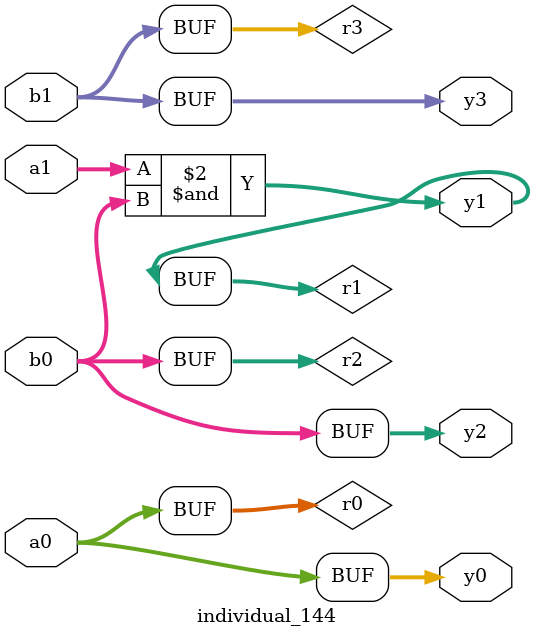
<source format=sv>
module individual_144(input logic [15:0] a1, input logic [15:0] a0, input logic [15:0] b1, input logic [15:0] b0, output logic [15:0] y3, output logic [15:0] y2, output logic [15:0] y1, output logic [15:0] y0);
logic [15:0] r0, r1, r2, r3; 
 always@(*) begin 
	 r0 = a0; r1 = a1; r2 = b0; r3 = b1; 
 	 r1  &=  r2 ;
 	 y3 = r3; y2 = r2; y1 = r1; y0 = r0; 
end
endmodule
</source>
